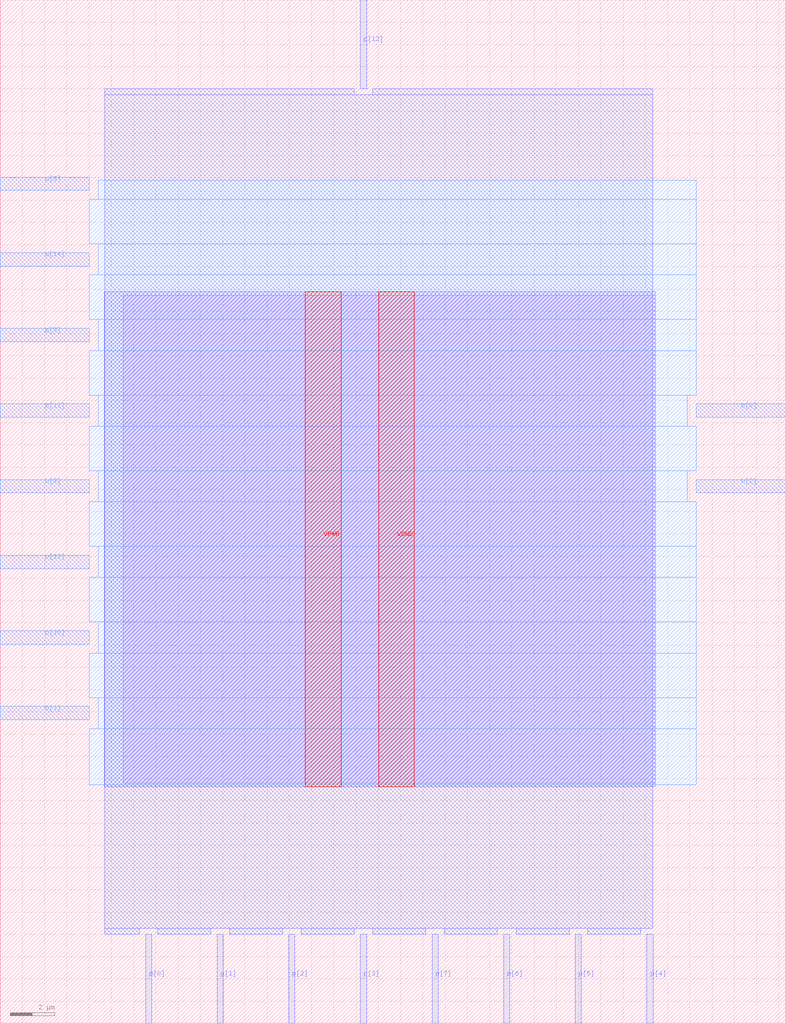
<source format=lef>
VERSION 5.7 ;
  NOWIREEXTENSIONATPIN ON ;
  DIVIDERCHAR "/" ;
  BUSBITCHARS "[]" ;
MACRO ADC
  CLASS BLOCK ;
  FOREIGN ADC ;
  ORIGIN 0.000 0.000 ;
  SIZE 35.290 BY 46.010 ;
  PIN VGND
    DIRECTION INOUT ;
    USE GROUND ;
    PORT
      LAYER met4 ;
        RECT 17.020 10.640 18.620 32.880 ;
    END
  END VGND
  PIN VPWR
    DIRECTION INOUT ;
    USE POWER ;
    PORT
      LAYER met4 ;
        RECT 13.720 10.640 15.320 32.880 ;
    END
  END VPWR
  PIN b[0]
    DIRECTION OUTPUT TRISTATE ;
    USE SIGNAL ;
    ANTENNADIFFAREA 0.795200 ;
    PORT
      LAYER met3 ;
        RECT 31.290 27.240 35.290 27.840 ;
    END
  END b[0]
  PIN b[1]
    DIRECTION OUTPUT TRISTATE ;
    USE SIGNAL ;
    ANTENNADIFFAREA 0.795200 ;
    PORT
      LAYER met3 ;
        RECT 0.000 13.640 4.000 14.240 ;
    END
  END b[1]
  PIN b[2]
    DIRECTION OUTPUT TRISTATE ;
    USE SIGNAL ;
    ANTENNADIFFAREA 0.795200 ;
    PORT
      LAYER met3 ;
        RECT 31.290 23.840 35.290 24.440 ;
    END
  END b[2]
  PIN b[3]
    DIRECTION OUTPUT TRISTATE ;
    USE SIGNAL ;
    ANTENNADIFFAREA 0.795200 ;
    PORT
      LAYER met3 ;
        RECT 0.000 23.840 4.000 24.440 ;
    END
  END b[3]
  PIN p[0]
    DIRECTION INPUT ;
    USE SIGNAL ;
    ANTENNAGATEAREA 0.196500 ;
    PORT
      LAYER met2 ;
        RECT 6.530 0.000 6.810 4.000 ;
    END
  END p[0]
  PIN p[10]
    DIRECTION INPUT ;
    USE SIGNAL ;
    ANTENNAGATEAREA 0.196500 ;
    PORT
      LAYER met3 ;
        RECT 0.000 17.040 4.000 17.640 ;
    END
  END p[10]
  PIN p[11]
    DIRECTION INPUT ;
    USE SIGNAL ;
    ANTENNAGATEAREA 0.196500 ;
    PORT
      LAYER met3 ;
        RECT 0.000 27.240 4.000 27.840 ;
    END
  END p[11]
  PIN p[12]
    DIRECTION INPUT ;
    USE SIGNAL ;
    ANTENNAGATEAREA 0.196500 ;
    PORT
      LAYER met2 ;
        RECT 16.190 42.010 16.470 46.010 ;
    END
  END p[12]
  PIN p[13]
    DIRECTION INPUT ;
    USE SIGNAL ;
    ANTENNAGATEAREA 0.126000 ;
    PORT
      LAYER met3 ;
        RECT 0.000 20.440 4.000 21.040 ;
    END
  END p[13]
  PIN p[14]
    DIRECTION INPUT ;
    USE SIGNAL ;
    ANTENNAGATEAREA 0.196500 ;
    PORT
      LAYER met3 ;
        RECT 0.000 34.040 4.000 34.640 ;
    END
  END p[14]
  PIN p[1]
    DIRECTION INPUT ;
    USE SIGNAL ;
    ANTENNAGATEAREA 0.196500 ;
    PORT
      LAYER met2 ;
        RECT 9.750 0.000 10.030 4.000 ;
    END
  END p[1]
  PIN p[2]
    DIRECTION INPUT ;
    USE SIGNAL ;
    ANTENNAGATEAREA 0.196500 ;
    PORT
      LAYER met2 ;
        RECT 12.970 0.000 13.250 4.000 ;
    END
  END p[2]
  PIN p[3]
    DIRECTION INPUT ;
    USE SIGNAL ;
    ANTENNAGATEAREA 0.196500 ;
    PORT
      LAYER met2 ;
        RECT 16.190 0.000 16.470 4.000 ;
    END
  END p[3]
  PIN p[4]
    DIRECTION INPUT ;
    USE SIGNAL ;
    ANTENNAGATEAREA 0.196500 ;
    PORT
      LAYER met2 ;
        RECT 29.070 0.000 29.350 4.000 ;
    END
  END p[4]
  PIN p[5]
    DIRECTION INPUT ;
    USE SIGNAL ;
    ANTENNAGATEAREA 0.196500 ;
    PORT
      LAYER met2 ;
        RECT 25.850 0.000 26.130 4.000 ;
    END
  END p[5]
  PIN p[6]
    DIRECTION INPUT ;
    USE SIGNAL ;
    ANTENNAGATEAREA 0.196500 ;
    PORT
      LAYER met2 ;
        RECT 22.630 0.000 22.910 4.000 ;
    END
  END p[6]
  PIN p[7]
    DIRECTION INPUT ;
    USE SIGNAL ;
    ANTENNAGATEAREA 0.196500 ;
    PORT
      LAYER met2 ;
        RECT 19.410 0.000 19.690 4.000 ;
    END
  END p[7]
  PIN p[8]
    DIRECTION INPUT ;
    USE SIGNAL ;
    ANTENNAGATEAREA 0.196500 ;
    PORT
      LAYER met3 ;
        RECT 0.000 37.440 4.000 38.040 ;
    END
  END p[8]
  PIN p[9]
    DIRECTION INPUT ;
    USE SIGNAL ;
    ANTENNAGATEAREA 0.196500 ;
    PORT
      LAYER met3 ;
        RECT 0.000 30.640 4.000 31.240 ;
    END
  END p[9]
  OBS
      LAYER li1 ;
        RECT 5.520 10.795 29.440 32.725 ;
      LAYER met1 ;
        RECT 4.670 10.640 29.440 32.880 ;
      LAYER met2 ;
        RECT 4.690 41.730 15.910 42.010 ;
        RECT 16.750 41.730 29.340 42.010 ;
        RECT 4.690 4.280 29.340 41.730 ;
        RECT 4.690 4.000 6.250 4.280 ;
        RECT 7.090 4.000 9.470 4.280 ;
        RECT 10.310 4.000 12.690 4.280 ;
        RECT 13.530 4.000 15.910 4.280 ;
        RECT 16.750 4.000 19.130 4.280 ;
        RECT 19.970 4.000 22.350 4.280 ;
        RECT 23.190 4.000 25.570 4.280 ;
        RECT 26.410 4.000 28.790 4.280 ;
      LAYER met3 ;
        RECT 4.400 37.040 31.290 37.905 ;
        RECT 4.000 35.040 31.290 37.040 ;
        RECT 4.400 33.640 31.290 35.040 ;
        RECT 4.000 31.640 31.290 33.640 ;
        RECT 4.400 30.240 31.290 31.640 ;
        RECT 4.000 28.240 31.290 30.240 ;
        RECT 4.400 26.840 30.890 28.240 ;
        RECT 4.000 24.840 31.290 26.840 ;
        RECT 4.400 23.440 30.890 24.840 ;
        RECT 4.000 21.440 31.290 23.440 ;
        RECT 4.400 20.040 31.290 21.440 ;
        RECT 4.000 18.040 31.290 20.040 ;
        RECT 4.400 16.640 31.290 18.040 ;
        RECT 4.000 14.640 31.290 16.640 ;
        RECT 4.400 13.240 31.290 14.640 ;
        RECT 4.000 10.715 31.290 13.240 ;
  END
END ADC
END LIBRARY


</source>
